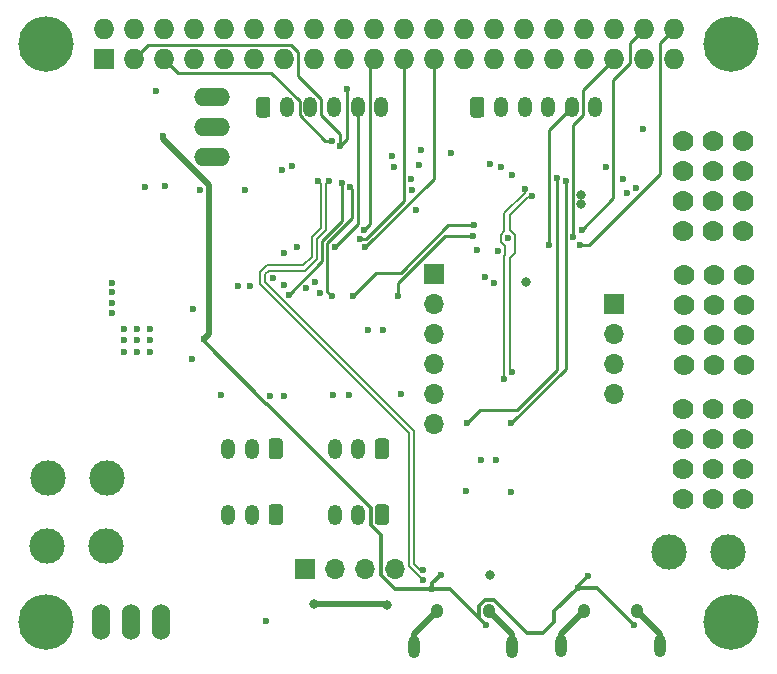
<source format=gbr>
G04 #@! TF.GenerationSoftware,KiCad,Pcbnew,5.1.6-c6e7f7d~87~ubuntu19.10.1*
G04 #@! TF.CreationDate,2021-03-31T16:12:46-04:00*
G04 #@! TF.ProjectId,helios,68656c69-6f73-42e6-9b69-6361645f7063,v1.0*
G04 #@! TF.SameCoordinates,Original*
G04 #@! TF.FileFunction,Copper,L4,Bot*
G04 #@! TF.FilePolarity,Positive*
%FSLAX46Y46*%
G04 Gerber Fmt 4.6, Leading zero omitted, Abs format (unit mm)*
G04 Created by KiCad (PCBNEW 5.1.6-c6e7f7d~87~ubuntu19.10.1) date 2021-03-31 16:12:46*
%MOMM*%
%LPD*%
G01*
G04 APERTURE LIST*
G04 #@! TA.AperFunction,ComponentPad*
%ADD10R,1.700000X1.700000*%
G04 #@! TD*
G04 #@! TA.AperFunction,ComponentPad*
%ADD11O,1.700000X1.700000*%
G04 #@! TD*
G04 #@! TA.AperFunction,ComponentPad*
%ADD12C,3.000000*%
G04 #@! TD*
G04 #@! TA.AperFunction,ComponentPad*
%ADD13O,1.200000X1.750000*%
G04 #@! TD*
G04 #@! TA.AperFunction,ComponentPad*
%ADD14O,1.000000X1.900000*%
G04 #@! TD*
G04 #@! TA.AperFunction,ComponentPad*
%ADD15O,1.050000X1.250000*%
G04 #@! TD*
G04 #@! TA.AperFunction,ComponentPad*
%ADD16O,1.727200X1.727200*%
G04 #@! TD*
G04 #@! TA.AperFunction,ComponentPad*
%ADD17R,1.727200X1.727200*%
G04 #@! TD*
G04 #@! TA.AperFunction,ComponentPad*
%ADD18C,1.778000*%
G04 #@! TD*
G04 #@! TA.AperFunction,ComponentPad*
%ADD19O,1.524000X3.048000*%
G04 #@! TD*
G04 #@! TA.AperFunction,ComponentPad*
%ADD20O,3.048000X1.524000*%
G04 #@! TD*
G04 #@! TA.AperFunction,ComponentPad*
%ADD21C,4.700000*%
G04 #@! TD*
G04 #@! TA.AperFunction,ViaPad*
%ADD22C,0.600000*%
G04 #@! TD*
G04 #@! TA.AperFunction,ViaPad*
%ADD23C,0.800000*%
G04 #@! TD*
G04 #@! TA.AperFunction,Conductor*
%ADD24C,0.250000*%
G04 #@! TD*
G04 #@! TA.AperFunction,Conductor*
%ADD25C,0.300000*%
G04 #@! TD*
G04 #@! TA.AperFunction,Conductor*
%ADD26C,0.500000*%
G04 #@! TD*
G04 #@! TA.AperFunction,Conductor*
%ADD27C,0.200000*%
G04 #@! TD*
G04 APERTURE END LIST*
D10*
G04 #@! TO.P,U10,1*
G04 #@! TO.N,Net-(U10-Pad1)*
X151670000Y-96800000D03*
D11*
G04 #@! TO.P,U10,2*
G04 #@! TO.N,+3V3*
X151670000Y-99340000D03*
G04 #@! TO.P,U10,3*
G04 #@! TO.N,GND*
X151670000Y-101880000D03*
G04 #@! TO.P,U10,4*
G04 #@! TO.N,I2C2_SCL*
X151670000Y-104420000D03*
G04 #@! TO.P,U10,5*
G04 #@! TO.N,I2C2_SDA*
X151670000Y-106960000D03*
G04 #@! TO.P,U10,6*
G04 #@! TO.N,Net-(U10-Pad6)*
X151670000Y-109500000D03*
G04 #@! TO.P,U10,9*
G04 #@! TO.N,Net-(U10-Pad9)*
X166910000Y-104420000D03*
G04 #@! TO.P,U10,8*
G04 #@! TO.N,Net-(U10-Pad8)*
X166910000Y-101880000D03*
D10*
G04 #@! TO.P,U10,7*
G04 #@! TO.N,Net-(U10-Pad7)*
X166910000Y-99340000D03*
D11*
G04 #@! TO.P,U10,10*
G04 #@! TO.N,Net-(U10-Pad10)*
X166910000Y-106960000D03*
G04 #@! TD*
D12*
G04 #@! TO.P,1111,+*
G04 #@! TO.N,POWER_IN*
X123950000Y-114050000D03*
G04 #@! TO.P,1111,-*
G04 #@! TO.N,GND*
X118950000Y-114050000D03*
G04 #@! TD*
G04 #@! TO.P,J5,1*
G04 #@! TO.N,+3V3*
G04 #@! TA.AperFunction,ComponentPad*
G36*
G01*
X136610000Y-83275001D02*
X136610000Y-82024999D01*
G75*
G02*
X136859999Y-81775000I249999J0D01*
G01*
X137560001Y-81775000D01*
G75*
G02*
X137810000Y-82024999I0J-249999D01*
G01*
X137810000Y-83275001D01*
G75*
G02*
X137560001Y-83525000I-249999J0D01*
G01*
X136859999Y-83525000D01*
G75*
G02*
X136610000Y-83275001I0J249999D01*
G01*
G37*
G04 #@! TD.AperFunction*
D13*
G04 #@! TO.P,J5,2*
G04 #@! TO.N,SWO*
X139210000Y-82650000D03*
G04 #@! TO.P,J5,3*
G04 #@! TO.N,SWDIO*
X141210000Y-82650000D03*
G04 #@! TO.P,J5,4*
G04 #@! TO.N,SWCLK*
X143210000Y-82650000D03*
G04 #@! TO.P,J5,5*
G04 #@! TO.N,NRST*
X145210000Y-82650000D03*
G04 #@! TO.P,J5,6*
G04 #@! TO.N,GND*
X147210000Y-82650000D03*
G04 #@! TD*
G04 #@! TO.P,J6,6*
G04 #@! TO.N,GND*
X165330000Y-82650000D03*
G04 #@! TO.P,J6,5*
G04 #@! TO.N,NRST_2*
X163330000Y-82650000D03*
G04 #@! TO.P,J6,4*
G04 #@! TO.N,SWCLK_2*
X161330000Y-82650000D03*
G04 #@! TO.P,J6,3*
G04 #@! TO.N,SWDIO_2*
X159330000Y-82650000D03*
G04 #@! TO.P,J6,2*
G04 #@! TO.N,SWO_2*
X157330000Y-82650000D03*
G04 #@! TO.P,J6,1*
G04 #@! TO.N,+3V3*
G04 #@! TA.AperFunction,ComponentPad*
G36*
G01*
X154730000Y-83275001D02*
X154730000Y-82024999D01*
G75*
G02*
X154979999Y-81775000I249999J0D01*
G01*
X155680001Y-81775000D01*
G75*
G02*
X155930000Y-82024999I0J-249999D01*
G01*
X155930000Y-83275001D01*
G75*
G02*
X155680001Y-83525000I-249999J0D01*
G01*
X154979999Y-83525000D01*
G75*
G02*
X154730000Y-83275001I0J249999D01*
G01*
G37*
G04 #@! TD.AperFunction*
G04 #@! TD*
D14*
G04 #@! TO.P,J7,6*
G04 #@! TO.N,Net-(J7-Pad6)*
X158295000Y-128330000D03*
X149945000Y-128330000D03*
D15*
X156345000Y-125330000D03*
X151895000Y-125330000D03*
G04 #@! TD*
G04 #@! TO.P,J8,6*
G04 #@! TO.N,Net-(J8-Pad6)*
X164395000Y-125310000D03*
X168845000Y-125310000D03*
D14*
X162445000Y-128310000D03*
X170795000Y-128310000D03*
G04 #@! TD*
D16*
G04 #@! TO.P,J19,40*
G04 #@! TO.N,SPI1_SCK*
X171970000Y-76000000D03*
G04 #@! TO.P,J19,39*
G04 #@! TO.N,GND*
X171970000Y-78540000D03*
G04 #@! TO.P,J19,38*
G04 #@! TO.N,SPI1_MOSI*
X169430000Y-76000000D03*
G04 #@! TO.P,J19,37*
G04 #@! TO.N,Net-(J19-Pad37)*
X169430000Y-78540000D03*
G04 #@! TO.P,J19,36*
G04 #@! TO.N,Net-(J19-Pad36)*
X166890000Y-76000000D03*
G04 #@! TO.P,J19,35*
G04 #@! TO.N,SPI1_MISO*
X166890000Y-78540000D03*
G04 #@! TO.P,J19,34*
G04 #@! TO.N,GND*
X164350000Y-76000000D03*
G04 #@! TO.P,J19,33*
G04 #@! TO.N,Net-(J19-Pad33)*
X164350000Y-78540000D03*
G04 #@! TO.P,J19,32*
G04 #@! TO.N,Net-(J19-Pad32)*
X161810000Y-76000000D03*
G04 #@! TO.P,J19,31*
G04 #@! TO.N,Net-(J19-Pad31)*
X161810000Y-78540000D03*
G04 #@! TO.P,J19,30*
G04 #@! TO.N,GND*
X159270000Y-76000000D03*
G04 #@! TO.P,J19,29*
G04 #@! TO.N,Net-(J19-Pad29)*
X159270000Y-78540000D03*
G04 #@! TO.P,J19,28*
G04 #@! TO.N,Net-(J19-Pad28)*
X156730000Y-76000000D03*
G04 #@! TO.P,J19,27*
G04 #@! TO.N,Net-(J19-Pad27)*
X156730000Y-78540000D03*
G04 #@! TO.P,J19,26*
G04 #@! TO.N,Net-(J19-Pad26)*
X154190000Y-76000000D03*
G04 #@! TO.P,J19,25*
G04 #@! TO.N,GND*
X154190000Y-78540000D03*
G04 #@! TO.P,J19,24*
G04 #@! TO.N,Net-(J19-Pad24)*
X151650000Y-76000000D03*
G04 #@! TO.P,J19,23*
G04 #@! TO.N,SPI0_SCK*
X151650000Y-78540000D03*
G04 #@! TO.P,J19,22*
G04 #@! TO.N,Net-(J19-Pad22)*
X149110000Y-76000000D03*
G04 #@! TO.P,J19,21*
G04 #@! TO.N,SPI0_MISO*
X149110000Y-78540000D03*
G04 #@! TO.P,J19,20*
G04 #@! TO.N,GND*
X146570000Y-76000000D03*
G04 #@! TO.P,J19,19*
G04 #@! TO.N,SPI0_MOSI*
X146570000Y-78540000D03*
G04 #@! TO.P,J19,18*
G04 #@! TO.N,Net-(J19-Pad18)*
X144030000Y-76000000D03*
G04 #@! TO.P,J19,17*
G04 #@! TO.N,+3V3*
X144030000Y-78540000D03*
G04 #@! TO.P,J19,16*
G04 #@! TO.N,Net-(J19-Pad16)*
X141490000Y-76000000D03*
G04 #@! TO.P,J19,15*
G04 #@! TO.N,Net-(J19-Pad15)*
X141490000Y-78540000D03*
G04 #@! TO.P,J19,14*
G04 #@! TO.N,GND*
X138950000Y-76000000D03*
G04 #@! TO.P,J19,13*
G04 #@! TO.N,Net-(J19-Pad13)*
X138950000Y-78540000D03*
G04 #@! TO.P,J19,12*
G04 #@! TO.N,Net-(J19-Pad12)*
X136410000Y-76000000D03*
G04 #@! TO.P,J19,11*
G04 #@! TO.N,Net-(J19-Pad11)*
X136410000Y-78540000D03*
G04 #@! TO.P,J19,10*
G04 #@! TO.N,Net-(J14-Pad2)*
X133870000Y-76000000D03*
G04 #@! TO.P,J19,9*
G04 #@! TO.N,GND*
X133870000Y-78540000D03*
G04 #@! TO.P,J19,8*
G04 #@! TO.N,Net-(J14-Pad3)*
X131330000Y-76000000D03*
G04 #@! TO.P,J19,7*
G04 #@! TO.N,Net-(J19-Pad7)*
X131330000Y-78540000D03*
G04 #@! TO.P,J19,6*
G04 #@! TO.N,GND*
X128790000Y-76000000D03*
G04 #@! TO.P,J19,5*
G04 #@! TO.N,I2C2_SCL*
X128790000Y-78540000D03*
G04 #@! TO.P,J19,4*
G04 #@! TO.N,+5V*
X126250000Y-76000000D03*
G04 #@! TO.P,J19,3*
G04 #@! TO.N,I2C2_SDA*
X126250000Y-78540000D03*
G04 #@! TO.P,J19,2*
G04 #@! TO.N,+5V*
X123710000Y-76000000D03*
D17*
G04 #@! TO.P,J19,1*
G04 #@! TO.N,+3V3*
X123710000Y-78540000D03*
G04 #@! TD*
D18*
G04 #@! TO.P,JP1,12*
G04 #@! TO.N,GND*
X177870000Y-115790000D03*
G04 #@! TO.P,JP1,9*
X177870000Y-113250000D03*
G04 #@! TO.P,JP1,6*
X177870000Y-110710000D03*
G04 #@! TO.P,JP1,3*
X177870000Y-108170000D03*
G04 #@! TO.P,JP1,11*
G04 #@! TO.N,+BATT*
X175330000Y-115790000D03*
G04 #@! TO.P,JP1,10*
G04 #@! TO.N,TIM5_CH1_1*
X172790000Y-115790000D03*
G04 #@! TO.P,JP1,8*
G04 #@! TO.N,+BATT*
X175330000Y-113250000D03*
G04 #@! TO.P,JP1,7*
G04 #@! TO.N,TIM5_CH2_1*
X172790000Y-113250000D03*
G04 #@! TO.P,JP1,5*
G04 #@! TO.N,+BATT*
X175330000Y-110710000D03*
G04 #@! TO.P,JP1,4*
G04 #@! TO.N,TIM5_CH3_1*
X172790000Y-110710000D03*
G04 #@! TO.P,JP1,2*
G04 #@! TO.N,+BATT*
X175330000Y-108170000D03*
G04 #@! TO.P,JP1,1*
G04 #@! TO.N,TIM8_CH2N_1*
X172790000Y-108170000D03*
G04 #@! TD*
G04 #@! TO.P,JP2,1*
G04 #@! TO.N,TIM20_CH1_2*
X172770000Y-85480000D03*
G04 #@! TO.P,JP2,2*
G04 #@! TO.N,+BATT*
X175310000Y-85480000D03*
G04 #@! TO.P,JP2,4*
G04 #@! TO.N,TIM8_CH3N_2*
X172770000Y-88020000D03*
G04 #@! TO.P,JP2,5*
G04 #@! TO.N,+BATT*
X175310000Y-88020000D03*
G04 #@! TO.P,JP2,7*
G04 #@! TO.N,TIM8_CH2N_2*
X172770000Y-90560000D03*
G04 #@! TO.P,JP2,8*
G04 #@! TO.N,+BATT*
X175310000Y-90560000D03*
G04 #@! TO.P,JP2,10*
G04 #@! TO.N,TIM5_CH3_2*
X172770000Y-93100000D03*
G04 #@! TO.P,JP2,11*
G04 #@! TO.N,+BATT*
X175310000Y-93100000D03*
G04 #@! TO.P,JP2,3*
G04 #@! TO.N,GND*
X177850000Y-85480000D03*
G04 #@! TO.P,JP2,6*
X177850000Y-88020000D03*
G04 #@! TO.P,JP2,9*
X177850000Y-90560000D03*
G04 #@! TO.P,JP2,12*
X177850000Y-93100000D03*
G04 #@! TD*
G04 #@! TO.P,JP3,1*
G04 #@! TO.N,TIM5_CH2_2*
X172840000Y-96830000D03*
G04 #@! TO.P,JP3,2*
G04 #@! TO.N,+BATT*
X175380000Y-96830000D03*
G04 #@! TO.P,JP3,4*
G04 #@! TO.N,TIM5_CH1_2*
X172840000Y-99370000D03*
G04 #@! TO.P,JP3,5*
G04 #@! TO.N,+BATT*
X175380000Y-99370000D03*
G04 #@! TO.P,JP3,7*
G04 #@! TO.N,TIM20_CH1_1*
X172840000Y-101910000D03*
G04 #@! TO.P,JP3,8*
G04 #@! TO.N,+BATT*
X175380000Y-101910000D03*
G04 #@! TO.P,JP3,10*
G04 #@! TO.N,TIM8_CH3N_1*
X172840000Y-104450000D03*
G04 #@! TO.P,JP3,11*
G04 #@! TO.N,+BATT*
X175380000Y-104450000D03*
G04 #@! TO.P,JP3,3*
G04 #@! TO.N,GND*
X177920000Y-96830000D03*
G04 #@! TO.P,JP3,6*
X177920000Y-99370000D03*
G04 #@! TO.P,JP3,9*
X177920000Y-101910000D03*
G04 #@! TO.P,JP3,12*
X177920000Y-104450000D03*
G04 #@! TD*
D12*
G04 #@! TO.P,U9,-*
G04 #@! TO.N,GND*
X118920000Y-119820000D03*
G04 #@! TO.P,U9,+*
G04 #@! TO.N,POWER_IN*
X123920000Y-119820000D03*
G04 #@! TD*
G04 #@! TO.P,U11,-*
G04 #@! TO.N,GND*
X171580000Y-120300000D03*
G04 #@! TO.P,U11,+*
G04 #@! TO.N,+BATT*
X176580000Y-120300000D03*
G04 #@! TD*
G04 #@! TO.P,J1,1*
G04 #@! TO.N,Net-(J1-Pad1)*
G04 #@! TA.AperFunction,ComponentPad*
G36*
G01*
X138866000Y-110932999D02*
X138866000Y-112183001D01*
G75*
G02*
X138616001Y-112433000I-249999J0D01*
G01*
X137915999Y-112433000D01*
G75*
G02*
X137666000Y-112183001I0J249999D01*
G01*
X137666000Y-110932999D01*
G75*
G02*
X137915999Y-110683000I249999J0D01*
G01*
X138616001Y-110683000D01*
G75*
G02*
X138866000Y-110932999I0J-249999D01*
G01*
G37*
G04 #@! TD.AperFunction*
D13*
G04 #@! TO.P,J1,2*
G04 #@! TO.N,Net-(J1-Pad2)*
X136266000Y-111558000D03*
G04 #@! TO.P,J1,3*
G04 #@! TO.N,GND*
X134266000Y-111558000D03*
G04 #@! TD*
G04 #@! TO.P,J2,3*
G04 #@! TO.N,GND*
X143256000Y-111568000D03*
G04 #@! TO.P,J2,2*
G04 #@! TO.N,Net-(J2-Pad2)*
X145256000Y-111568000D03*
G04 #@! TO.P,J2,1*
G04 #@! TO.N,Net-(J2-Pad1)*
G04 #@! TA.AperFunction,ComponentPad*
G36*
G01*
X147856000Y-110942999D02*
X147856000Y-112193001D01*
G75*
G02*
X147606001Y-112443000I-249999J0D01*
G01*
X146905999Y-112443000D01*
G75*
G02*
X146656000Y-112193001I0J249999D01*
G01*
X146656000Y-110942999D01*
G75*
G02*
X146905999Y-110693000I249999J0D01*
G01*
X147606001Y-110693000D01*
G75*
G02*
X147856000Y-110942999I0J-249999D01*
G01*
G37*
G04 #@! TD.AperFunction*
G04 #@! TD*
G04 #@! TO.P,J3,1*
G04 #@! TO.N,Net-(J3-Pad1)*
G04 #@! TA.AperFunction,ComponentPad*
G36*
G01*
X138866000Y-116512999D02*
X138866000Y-117763001D01*
G75*
G02*
X138616001Y-118013000I-249999J0D01*
G01*
X137915999Y-118013000D01*
G75*
G02*
X137666000Y-117763001I0J249999D01*
G01*
X137666000Y-116512999D01*
G75*
G02*
X137915999Y-116263000I249999J0D01*
G01*
X138616001Y-116263000D01*
G75*
G02*
X138866000Y-116512999I0J-249999D01*
G01*
G37*
G04 #@! TD.AperFunction*
G04 #@! TO.P,J3,2*
G04 #@! TO.N,Net-(J3-Pad2)*
X136266000Y-117138000D03*
G04 #@! TO.P,J3,3*
G04 #@! TO.N,GND*
X134266000Y-117138000D03*
G04 #@! TD*
G04 #@! TO.P,J4,3*
G04 #@! TO.N,GND*
X143256000Y-117148000D03*
G04 #@! TO.P,J4,2*
G04 #@! TO.N,Net-(J4-Pad2)*
X145256000Y-117148000D03*
G04 #@! TO.P,J4,1*
G04 #@! TO.N,Net-(J4-Pad1)*
G04 #@! TA.AperFunction,ComponentPad*
G36*
G01*
X147856000Y-116522999D02*
X147856000Y-117773001D01*
G75*
G02*
X147606001Y-118023000I-249999J0D01*
G01*
X146905999Y-118023000D01*
G75*
G02*
X146656000Y-117773001I0J249999D01*
G01*
X146656000Y-116522999D01*
G75*
G02*
X146905999Y-116273000I249999J0D01*
G01*
X147606001Y-116273000D01*
G75*
G02*
X147856000Y-116522999I0J-249999D01*
G01*
G37*
G04 #@! TD.AperFunction*
G04 #@! TD*
D10*
G04 #@! TO.P,J22,1*
G04 #@! TO.N,GND*
X140750000Y-121720000D03*
D11*
G04 #@! TO.P,J22,2*
G04 #@! TO.N,+3V3*
X143290000Y-121720000D03*
G04 #@! TO.P,J22,3*
G04 #@! TO.N,I2C2_SDA*
X145830000Y-121720000D03*
G04 #@! TO.P,J22,4*
G04 #@! TO.N,I2C2_SCL*
X148370000Y-121720000D03*
G04 #@! TD*
D19*
G04 #@! TO.P,J9,3*
G04 #@! TO.N,+3V3*
X128590000Y-126240000D03*
G04 #@! TO.P,J9,2*
G04 #@! TO.N,GND*
X126050000Y-126240000D03*
G04 #@! TO.P,J9,1*
G04 #@! TO.N,POWER_IN*
X123510000Y-126240000D03*
G04 #@! TD*
D20*
G04 #@! TO.P,J14,1*
G04 #@! TO.N,GND*
X132910000Y-86870000D03*
G04 #@! TO.P,J14,2*
G04 #@! TO.N,Net-(J14-Pad2)*
X132910000Y-84330000D03*
G04 #@! TO.P,J14,3*
G04 #@! TO.N,Net-(J14-Pad3)*
X132910000Y-81790000D03*
G04 #@! TD*
D21*
G04 #@! TO.P,H1,1*
G04 #@! TO.N,GND*
X118840000Y-77270000D03*
G04 #@! TD*
G04 #@! TO.P,H2,1*
G04 #@! TO.N,GND*
X118840000Y-126270000D03*
G04 #@! TD*
G04 #@! TO.P,H3,1*
G04 #@! TO.N,GND*
X176840000Y-126260000D03*
G04 #@! TD*
G04 #@! TO.P,H4,1*
G04 #@! TO.N,GND*
X176840000Y-77270000D03*
G04 #@! TD*
D22*
G04 #@! TO.N,GND*
X126500000Y-102390000D03*
X141550000Y-97440000D03*
X142023400Y-98370120D03*
X136070000Y-97810000D03*
X138000000Y-97090000D03*
X138970000Y-97700000D03*
X154390000Y-115160000D03*
X158210000Y-115260000D03*
X156940000Y-112560000D03*
X167970000Y-89900000D03*
X167700000Y-88710000D03*
X168740000Y-89450000D03*
X156376943Y-87473057D03*
X158230000Y-88360000D03*
X155950000Y-96990000D03*
X156780000Y-97520000D03*
X157900000Y-93750000D03*
X148150000Y-86790000D03*
X149735000Y-88750000D03*
X150180000Y-91370000D03*
X150570000Y-86300000D03*
X147310000Y-101490000D03*
X148850000Y-106930000D03*
X143140000Y-107010000D03*
X144490000Y-107010000D03*
X138980000Y-107080000D03*
X137790000Y-107130000D03*
X133650000Y-107010000D03*
X138776942Y-87993058D03*
X127610000Y-102400000D03*
X125410000Y-102400000D03*
X127610000Y-101400000D03*
X126500000Y-101390000D03*
X125410000Y-101400000D03*
X126500000Y-103390000D03*
X127610000Y-103400000D03*
X125410000Y-103400000D03*
X124410000Y-97500000D03*
X124410000Y-98300000D03*
X124410000Y-99200000D03*
X124410000Y-100100000D03*
X127240000Y-89380000D03*
X128870000Y-89290000D03*
X128130000Y-81290000D03*
X131180000Y-104010000D03*
X131230000Y-99770000D03*
D23*
X159470000Y-97440000D03*
X156390000Y-122240000D03*
D22*
G04 #@! TO.N,+3V3*
X140791942Y-97961942D03*
X135090000Y-97810000D03*
X138940000Y-94970000D03*
X140030000Y-94450000D03*
X137410000Y-126130000D03*
X146060000Y-101510000D03*
X155670000Y-112490000D03*
X166200000Y-87690000D03*
X169400000Y-84500000D03*
X157360000Y-87740000D03*
X155342263Y-94757737D03*
X157100000Y-94850000D03*
X153110000Y-86550000D03*
X150400000Y-87550000D03*
X149770000Y-89670000D03*
X148260000Y-87720000D03*
X135630000Y-89640000D03*
X131890000Y-89630000D03*
X139670000Y-87660000D03*
D23*
X164115000Y-90880000D03*
X164129679Y-90062887D03*
D22*
G04 #@! TO.N,NRST*
X143270000Y-94470000D03*
G04 #@! TO.N,NRST_2*
X161390000Y-94300000D03*
G04 #@! TO.N,+5V*
X163820000Y-123320000D03*
X164666764Y-122333236D03*
X151540000Y-123460000D03*
X152230000Y-122250000D03*
X156040000Y-126480000D03*
X132160000Y-102310000D03*
X168620000Y-126460000D03*
X128740000Y-85050000D03*
G04 #@! TO.N,SPI1_SCK*
X164010000Y-94330000D03*
G04 #@! TO.N,SPI1_MOSI*
X164170000Y-93010000D03*
G04 #@! TO.N,SPI1_MISO*
X163430000Y-93660000D03*
G04 #@! TO.N,SPI0_SCK*
X145860000Y-94490000D03*
G04 #@! TO.N,SPI0_MISO*
X145425827Y-93818065D03*
G04 #@! TO.N,SPI0_MOSI*
X145750000Y-93070000D03*
D23*
G04 #@! TO.N,I2C2_SCL*
X141530000Y-124690000D03*
X147650000Y-124810000D03*
D22*
X143060000Y-85480000D03*
G04 #@! TO.N,I2C2_SDA*
X143742375Y-85897573D03*
X144271477Y-81121477D03*
G04 #@! TO.N,USB_D+*
X150720000Y-121805000D03*
X142735000Y-88870000D03*
G04 #@! TO.N,USB_D-*
X150720000Y-122655000D03*
X141885000Y-88870000D03*
G04 #@! TO.N,CAN2_RX*
X139360000Y-98510000D03*
X143893333Y-89028006D03*
G04 #@! TO.N,CAN2_TX*
X142990000Y-98650000D03*
X144585000Y-89430000D03*
G04 #@! TO.N,CAN3_TX*
X148660000Y-98670000D03*
X154940000Y-93550000D03*
G04 #@! TO.N,CAN3_RX*
X144780000Y-98660000D03*
X155025638Y-92656658D03*
G04 #@! TO.N,CAN4_TX*
X158210000Y-109400000D03*
X162805000Y-88920000D03*
G04 #@! TO.N,CAN4_RX*
X154450000Y-109380000D03*
X162040991Y-88682738D03*
G04 #@! TO.N,USB2_D-*
X157629479Y-105700521D03*
X159379479Y-89569479D03*
G04 #@! TO.N,USB2_D+*
X158230521Y-105099479D03*
X159980521Y-90170521D03*
G04 #@! TD*
D24*
G04 #@! TO.N,NRST*
X145210000Y-92530000D02*
X145210000Y-82650000D01*
X143270000Y-94470000D02*
X145210000Y-92530000D01*
G04 #@! TO.N,NRST_2*
X161390000Y-84590000D02*
X163330000Y-82650000D01*
X161390000Y-94300000D02*
X161390000Y-84590000D01*
D25*
G04 #@! TO.N,+5V*
X163820000Y-123180000D02*
X164666764Y-122333236D01*
X163820000Y-123320000D02*
X163820000Y-123180000D01*
X151540000Y-122940000D02*
X152230000Y-122250000D01*
X151540000Y-123460000D02*
X151540000Y-122940000D01*
X153020000Y-123460000D02*
X151540000Y-123460000D01*
X156040000Y-126480000D02*
X153020000Y-123460000D01*
X132160000Y-102462002D02*
X132160000Y-102310000D01*
X146305990Y-116555990D02*
X137530001Y-107780001D01*
X146305990Y-118021536D02*
X146305990Y-116555990D01*
X137530001Y-107780001D02*
X137477999Y-107780001D01*
X147169999Y-118885545D02*
X146305990Y-118021536D01*
X147169999Y-122296001D02*
X147169999Y-118885545D01*
X148333998Y-123460000D02*
X147169999Y-122296001D01*
X137477999Y-107780001D02*
X132160000Y-102462002D01*
X151540000Y-123460000D02*
X148333998Y-123460000D01*
X165480000Y-123320000D02*
X163820000Y-123320000D01*
X168620000Y-126460000D02*
X165480000Y-123320000D01*
X155469990Y-125909990D02*
X156040000Y-126480000D01*
X155469990Y-124867559D02*
X155469990Y-125909990D01*
X155982559Y-124354990D02*
X155469990Y-124867559D01*
X156707441Y-124354990D02*
X155982559Y-124354990D01*
X159545568Y-127193117D02*
X156707441Y-124354990D01*
X160925426Y-127193117D02*
X159545568Y-127193117D01*
X161844991Y-126273552D02*
X160925426Y-127193117D01*
X161844991Y-125295009D02*
X161844991Y-126273552D01*
X163820000Y-123320000D02*
X161844991Y-125295009D01*
D26*
X128740000Y-85369998D02*
X128740000Y-85050000D01*
X132640001Y-89269999D02*
X128740000Y-85369998D01*
X132640001Y-101829999D02*
X132640001Y-89269999D01*
X132160000Y-102310000D02*
X132640001Y-101829999D01*
G04 #@! TO.N,Net-(J7-Pad6)*
X149945000Y-127280000D02*
X151895000Y-125330000D01*
X149945000Y-128330000D02*
X149945000Y-127280000D01*
X158295000Y-127280000D02*
X156345000Y-125330000D01*
X158295000Y-128330000D02*
X158295000Y-127280000D01*
G04 #@! TO.N,Net-(J8-Pad6)*
X162445000Y-127260000D02*
X164395000Y-125310000D01*
X162445000Y-128310000D02*
X162445000Y-127260000D01*
X170795000Y-127260000D02*
X168845000Y-125310000D01*
X170795000Y-128310000D02*
X170795000Y-127260000D01*
D24*
G04 #@! TO.N,SPI1_SCK*
X170781399Y-77188601D02*
X171970000Y-76000000D01*
X170781399Y-88333603D02*
X170781399Y-77188601D01*
X164785002Y-94330000D02*
X170781399Y-88333603D01*
X164010000Y-94330000D02*
X164785002Y-94330000D01*
G04 #@! TO.N,SPI1_MOSI*
X168241399Y-77188601D02*
X169430000Y-76000000D01*
X168241399Y-78947731D02*
X168241399Y-77188601D01*
X166825001Y-80364129D02*
X168241399Y-78947731D01*
X166825001Y-90354999D02*
X166825001Y-80364129D01*
X164170000Y-93010000D02*
X166825001Y-90354999D01*
G04 #@! TO.N,SPI1_MISO*
X164255010Y-83308151D02*
X164255010Y-81174990D01*
X164255010Y-81174990D02*
X166890000Y-78540000D01*
X163430000Y-84133161D02*
X164255010Y-83308151D01*
X163430000Y-93660000D02*
X163430000Y-84133161D01*
G04 #@! TO.N,SPI0_SCK*
X151650000Y-88700000D02*
X151650000Y-78540000D01*
X145860000Y-94490000D02*
X151650000Y-88700000D01*
G04 #@! TO.N,SPI0_MISO*
X145425827Y-93818065D02*
X145895525Y-93818065D01*
X149110000Y-90603590D02*
X149110000Y-78540000D01*
X145895525Y-93818065D02*
X149110000Y-90603590D01*
G04 #@! TO.N,SPI0_MOSI*
X146284990Y-78825010D02*
X146570000Y-78540000D01*
X146284990Y-92535010D02*
X146284990Y-78825010D01*
X145750000Y-93070000D02*
X146284990Y-92535010D01*
D26*
G04 #@! TO.N,I2C2_SCL*
X147530000Y-124690000D02*
X147650000Y-124810000D01*
X141530000Y-124690000D02*
X147530000Y-124690000D01*
D24*
X142456839Y-85480000D02*
X143060000Y-85480000D01*
X140284990Y-83308151D02*
X142456839Y-85480000D01*
X140284990Y-82141829D02*
X140284990Y-83308151D01*
X137871762Y-79728601D02*
X140284990Y-82141829D01*
X129978601Y-79728601D02*
X137871762Y-79728601D01*
X128790000Y-78540000D02*
X129978601Y-79728601D01*
G04 #@! TO.N,I2C2_SDA*
X143742375Y-84915516D02*
X143742375Y-85897573D01*
X142135010Y-83308151D02*
X143742375Y-84915516D01*
X142135010Y-81991849D02*
X142135010Y-83308151D01*
X140138601Y-79995440D02*
X142135010Y-81991849D01*
X140138601Y-77969471D02*
X140138601Y-79995440D01*
X139520529Y-77351399D02*
X140138601Y-77969471D01*
X127438601Y-77351399D02*
X139520529Y-77351399D01*
X126250000Y-78540000D02*
X127438601Y-77351399D01*
X144271477Y-85368471D02*
X143742375Y-85897573D01*
X144271477Y-81121477D02*
X144271477Y-85368471D01*
D27*
G04 #@! TO.N,USB_D+*
X150506397Y-121805000D02*
X149995000Y-121293603D01*
X150720000Y-121805000D02*
X150506397Y-121805000D01*
X149995000Y-121293603D02*
X149995000Y-110056800D01*
X141769982Y-93802554D02*
X142535000Y-93037536D01*
X142535000Y-102596800D02*
X142535000Y-102573002D01*
X142535000Y-102573002D02*
X137399999Y-97438001D01*
X137711999Y-96489999D02*
X140778947Y-96489999D01*
X149995000Y-110056800D02*
X142535000Y-102596800D01*
X141769980Y-95498966D02*
X141769982Y-93802554D01*
X140778947Y-96489999D02*
X141769980Y-95498966D01*
X137399999Y-96801999D02*
X137711999Y-96489999D01*
X142535000Y-89070000D02*
X142735000Y-88870000D01*
X137399999Y-97438001D02*
X137399999Y-96801999D01*
X142535000Y-93037536D02*
X142535000Y-89070000D01*
G04 #@! TO.N,USB_D-*
X149545000Y-121480000D02*
X149545000Y-110243200D01*
X150720000Y-122655000D02*
X149545000Y-121480000D01*
X140592556Y-96040008D02*
X141319990Y-95312574D01*
X141319992Y-93616162D02*
X142085000Y-92851154D01*
X136950008Y-96615607D02*
X137525607Y-96040008D01*
X142085000Y-92851154D02*
X142085000Y-89070000D01*
X136950008Y-97624393D02*
X136950008Y-96615607D01*
X142085000Y-102759385D02*
X136950008Y-97624393D01*
X142085000Y-102783200D02*
X142085000Y-102759385D01*
X149545000Y-110243200D02*
X142085000Y-102783200D01*
X141319990Y-95312574D02*
X141319992Y-93616162D01*
X137525607Y-96040008D02*
X140592556Y-96040008D01*
X142085000Y-89070000D02*
X141885000Y-88870000D01*
D24*
G04 #@! TO.N,CAN2_RX*
X139360000Y-98510000D02*
X142194989Y-95675011D01*
X142194989Y-95675011D02*
X142194990Y-93978600D01*
X143893333Y-92280257D02*
X143893333Y-89028006D01*
X142194990Y-93978600D02*
X143893333Y-92280257D01*
G04 #@! TO.N,CAN2_TX*
X142644999Y-94165001D02*
X144759990Y-92050010D01*
X142644999Y-98304999D02*
X142644999Y-94165001D01*
X142990000Y-98650000D02*
X142644999Y-98304999D01*
X144759990Y-89604990D02*
X144585000Y-89430000D01*
X144759990Y-92050010D02*
X144759990Y-89604990D01*
G04 #@! TO.N,CAN3_TX*
X152634998Y-93550000D02*
X154940000Y-93550000D01*
X148660000Y-97524998D02*
X152634998Y-93550000D01*
X148660000Y-98670000D02*
X148660000Y-97524998D01*
G04 #@! TO.N,CAN3_RX*
X144780000Y-98660000D02*
X146770000Y-96670000D01*
X146770000Y-96670000D02*
X148878588Y-96670000D01*
X152891930Y-92656658D02*
X155025638Y-92656658D01*
X148878588Y-96670000D02*
X152891930Y-92656658D01*
G04 #@! TO.N,CAN4_TX*
X162805000Y-104805000D02*
X162805000Y-88920000D01*
X158210000Y-109400000D02*
X162805000Y-104805000D01*
G04 #@! TO.N,CAN4_RX*
X154450000Y-109380000D02*
X155528205Y-108301795D01*
X155528205Y-108301795D02*
X158671795Y-108301795D01*
X162040991Y-104932599D02*
X162040991Y-88682738D01*
X158671795Y-108301795D02*
X162040991Y-104932599D01*
D27*
G04 #@! TO.N,USB2_D-*
X159379479Y-89809589D02*
X159379479Y-89569479D01*
X159330539Y-89858529D02*
X159379479Y-89809589D01*
X159330539Y-89901262D02*
X159330539Y-89858529D01*
X157629479Y-91602322D02*
X159330539Y-89901262D01*
X157629479Y-93132519D02*
X157629479Y-91602322D01*
X157299999Y-93461999D02*
X157629479Y-93132519D01*
X157299999Y-94038001D02*
X157299999Y-93461999D01*
X157700001Y-94438003D02*
X157299999Y-94038001D01*
X157700001Y-95138001D02*
X157700001Y-94438003D01*
X157629479Y-95208523D02*
X157700001Y-95138001D01*
X157629479Y-105700521D02*
X157629479Y-95208523D01*
G04 #@! TO.N,USB2_D+*
X158500001Y-94974384D02*
X158500001Y-93461999D01*
X158230521Y-105099479D02*
X158079479Y-104948437D01*
X158079479Y-104948437D02*
X158079479Y-95394906D01*
X158079479Y-91788720D02*
X159648738Y-90219461D01*
X158079479Y-95394906D02*
X158500001Y-94974384D01*
X158500001Y-93461999D02*
X158079479Y-93041477D01*
X159648738Y-90219461D02*
X159691471Y-90219461D01*
X159691471Y-90219461D02*
X159740411Y-90170521D01*
X159740411Y-90170521D02*
X159980521Y-90170521D01*
X158079479Y-93041477D02*
X158079479Y-91788720D01*
G04 #@! TD*
M02*

</source>
